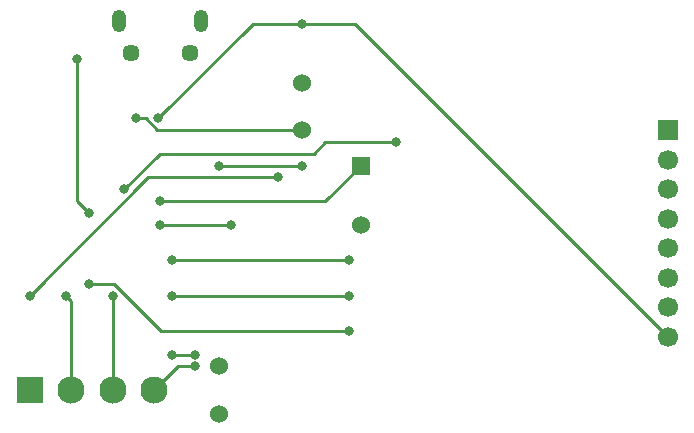
<source format=gbr>
%TF.GenerationSoftware,KiCad,Pcbnew,(5.1.9)-1*%
%TF.CreationDate,2021-04-23T22:48:30+02:00*%
%TF.ProjectId,test,74657374-2e6b-4696-9361-645f70636258,rev?*%
%TF.SameCoordinates,Original*%
%TF.FileFunction,Copper,L2,Bot*%
%TF.FilePolarity,Positive*%
%FSLAX46Y46*%
G04 Gerber Fmt 4.6, Leading zero omitted, Abs format (unit mm)*
G04 Created by KiCad (PCBNEW (5.1.9)-1) date 2021-04-23 22:48:30*
%MOMM*%
%LPD*%
G01*
G04 APERTURE LIST*
%TA.AperFunction,ComponentPad*%
%ADD10O,1.200000X1.900000*%
%TD*%
%TA.AperFunction,ComponentPad*%
%ADD11C,1.450000*%
%TD*%
%TA.AperFunction,ComponentPad*%
%ADD12C,1.524000*%
%TD*%
%TA.AperFunction,ComponentPad*%
%ADD13C,2.300000*%
%TD*%
%TA.AperFunction,ComponentPad*%
%ADD14R,2.300000X2.300000*%
%TD*%
%TA.AperFunction,ComponentPad*%
%ADD15C,1.700000*%
%TD*%
%TA.AperFunction,ComponentPad*%
%ADD16R,1.700000X1.700000*%
%TD*%
%TA.AperFunction,ComponentPad*%
%ADD17R,1.524000X1.524000*%
%TD*%
%TA.AperFunction,ViaPad*%
%ADD18C,0.800000*%
%TD*%
%TA.AperFunction,Conductor*%
%ADD19C,0.250000*%
%TD*%
G04 APERTURE END LIST*
D10*
%TO.P,USB1,6*%
%TO.N,Net-(USB1-Pad6)*%
X24500000Y-15762500D03*
X31500000Y-15762500D03*
D11*
X25500000Y-18462500D03*
X30500000Y-18462500D03*
%TD*%
D12*
%TO.P,Prog1,2*%
%TO.N,Net-(ESP1-Pad3)*%
X33000000Y-45000000D03*
%TO.P,Prog1,1*%
%TO.N,Net-(AMS1117-Pad1)*%
X33000000Y-49000000D03*
%TD*%
%TO.P,Enable1,2*%
%TO.N,Net-(Enable1-Pad2)*%
X40000000Y-21000000D03*
%TO.P,Enable1,1*%
%TO.N,Net-(ESP1-Pad12)*%
X40000000Y-25000000D03*
%TD*%
D13*
%TO.P,ConnProg1,4*%
%TO.N,Net-(AMS1117-Pad1)*%
X27500000Y-47000000D03*
%TO.P,ConnProg1,3*%
%TO.N,Net-(ConnProg1-Pad3)*%
X24000000Y-47000000D03*
%TO.P,ConnProg1,2*%
%TO.N,Net-(ConnProg1-Pad2)*%
X20500000Y-47000000D03*
D14*
%TO.P,ConnProg1,1*%
%TO.N,Net-(AMS1117-Pad2)*%
X17000000Y-47000000D03*
%TD*%
D15*
%TO.P,ConnMFRC1,8*%
%TO.N,Net-(ConnMFRC1-Pad8)*%
X71000000Y-42500000D03*
%TO.P,ConnMFRC1,7*%
%TO.N,Net-(ConnMFRC1-Pad7)*%
X71000000Y-40000000D03*
%TO.P,ConnMFRC1,6*%
%TO.N,Net-(ConnMFRC1-Pad6)*%
X71000000Y-37500000D03*
%TO.P,ConnMFRC1,5*%
%TO.N,Net-(ConnMFRC1-Pad5)*%
X71000000Y-35000000D03*
%TO.P,ConnMFRC1,4*%
%TO.N,Net-(ConnMFRC1-Pad4)*%
X71000000Y-32500000D03*
%TO.P,ConnMFRC1,3*%
%TO.N,Net-(AMS1117-Pad1)*%
X71000000Y-30000000D03*
%TO.P,ConnMFRC1,2*%
%TO.N,Net-(ConnMFRC1-Pad2)*%
X71000000Y-27500000D03*
D16*
%TO.P,ConnMFRC1,1*%
%TO.N,Net-(AMS1117-Pad2)*%
X71000000Y-25000000D03*
%TD*%
D12*
%TO.P,Beeper1,2*%
%TO.N,Net-(AMS1117-Pad1)*%
X45000000Y-33000000D03*
D17*
%TO.P,Beeper1,1*%
%TO.N,Net-(Beeper1-Pad1)*%
X45000000Y-28000000D03*
%TD*%
D18*
%TO.N,Net-(AMS1117-Pad1)*%
X31000000Y-45000000D03*
X33000000Y-28000000D03*
X40000000Y-28000000D03*
%TO.N,Net-(AMS1117-Pad3)*%
X21000000Y-19000000D03*
X22000000Y-32000000D03*
X28000000Y-33000000D03*
X34000000Y-33000000D03*
%TO.N,Net-(Beeper1-Pad1)*%
X28000000Y-31000000D03*
%TO.N,Net-(ConnMFRC1-Pad8)*%
X40000000Y-16000000D03*
X27847502Y-24000000D03*
%TO.N,Net-(ConnMFRC1-Pad7)*%
X44000000Y-42000000D03*
X21987347Y-38012653D03*
%TO.N,Net-(ConnMFRC1-Pad6)*%
X44000000Y-39000000D03*
X29000000Y-39000000D03*
%TO.N,Net-(ConnMFRC1-Pad5)*%
X44000000Y-36000000D03*
X29000000Y-36000000D03*
%TO.N,Net-(ConnMFRC1-Pad2)*%
X48000000Y-26000000D03*
X24987347Y-29987347D03*
%TO.N,Net-(ConnProg1-Pad3)*%
X24000000Y-39000000D03*
%TO.N,Net-(ConnProg1-Pad2)*%
X20000000Y-39000000D03*
%TO.N,Net-(ESP1-Pad12)*%
X26000000Y-24000000D03*
%TO.N,Net-(ESP1-Pad3)*%
X29000000Y-44000000D03*
X31000000Y-44000000D03*
%TO.N,Net-(ESP1-Pad1)*%
X38000000Y-29000000D03*
X17000000Y-39000000D03*
%TD*%
D19*
%TO.N,Net-(AMS1117-Pad1)*%
X29500000Y-45000000D02*
X27500000Y-47000000D01*
X31000000Y-45000000D02*
X29500000Y-45000000D01*
X33000000Y-28000000D02*
X40000000Y-28000000D01*
%TO.N,Net-(AMS1117-Pad3)*%
X21000000Y-31000000D02*
X22000000Y-32000000D01*
X21000000Y-19000000D02*
X21000000Y-31000000D01*
X28000000Y-33000000D02*
X33000000Y-33000000D01*
X33000000Y-33000000D02*
X34000000Y-33000000D01*
%TO.N,Net-(Beeper1-Pad1)*%
X42000000Y-31000000D02*
X45000000Y-28000000D01*
X28000000Y-31000000D02*
X42000000Y-31000000D01*
%TO.N,Net-(ConnMFRC1-Pad8)*%
X35847502Y-16000000D02*
X27847502Y-24000000D01*
X39000000Y-16000000D02*
X35847502Y-16000000D01*
X39000000Y-16000000D02*
X40000000Y-16000000D01*
X44500000Y-16000000D02*
X71000000Y-42500000D01*
X40000000Y-16000000D02*
X44500000Y-16000000D01*
%TO.N,Net-(ConnMFRC1-Pad7)*%
X24085655Y-38012653D02*
X21987347Y-38012653D01*
X28073002Y-42000000D02*
X24085655Y-38012653D01*
X44000000Y-42000000D02*
X28073002Y-42000000D01*
%TO.N,Net-(ConnMFRC1-Pad6)*%
X44000000Y-39000000D02*
X29000000Y-39000000D01*
%TO.N,Net-(ConnMFRC1-Pad5)*%
X44000000Y-36000000D02*
X29000000Y-36000000D01*
%TO.N,Net-(ConnMFRC1-Pad2)*%
X48000000Y-26000000D02*
X44912999Y-26000000D01*
X44912999Y-26000000D02*
X42000000Y-26000000D01*
X42000000Y-26000000D02*
X41000000Y-27000000D01*
X27974694Y-27000000D02*
X24987347Y-29987347D01*
X41000000Y-27000000D02*
X27974694Y-27000000D01*
%TO.N,Net-(ConnProg1-Pad3)*%
X24000000Y-47000000D02*
X24000000Y-39000000D01*
%TO.N,Net-(ConnProg1-Pad2)*%
X20500000Y-39500000D02*
X20000000Y-39000000D01*
X20500000Y-47000000D02*
X20500000Y-39500000D01*
%TO.N,Net-(ESP1-Pad12)*%
X26774500Y-24000000D02*
X26000000Y-24000000D01*
X27774500Y-25000000D02*
X26774500Y-24000000D01*
X40000000Y-25000000D02*
X27774500Y-25000000D01*
%TO.N,Net-(ESP1-Pad3)*%
X29000000Y-44000000D02*
X31000000Y-44000000D01*
%TO.N,Net-(ESP1-Pad1)*%
X27000000Y-29000000D02*
X17000000Y-39000000D01*
X38000000Y-29000000D02*
X27000000Y-29000000D01*
%TD*%
M02*

</source>
